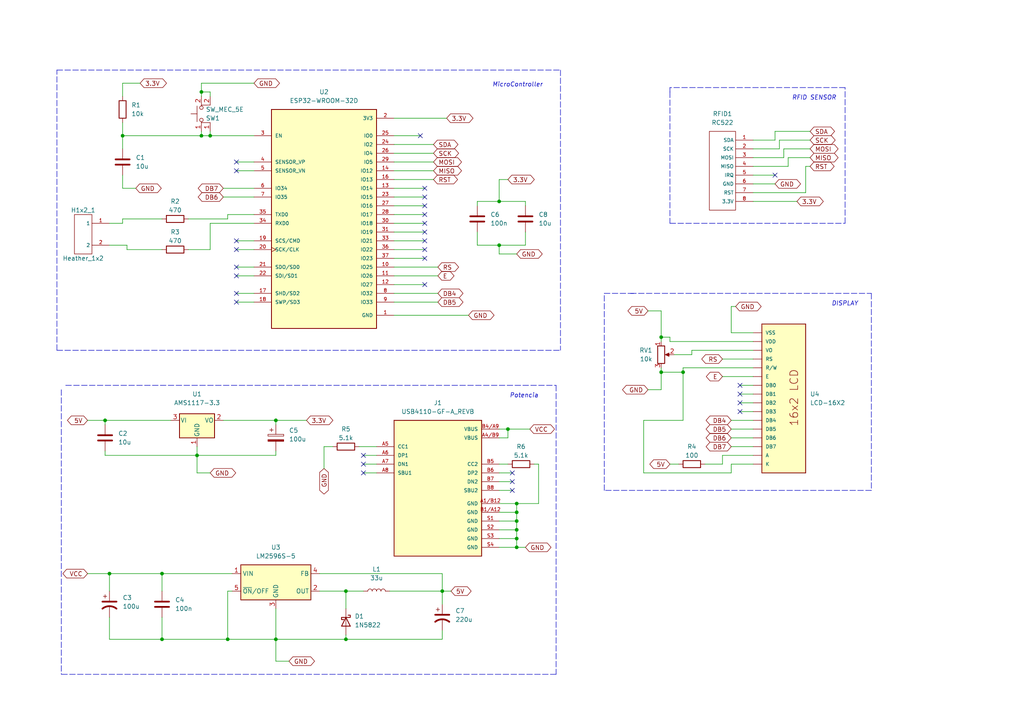
<source format=kicad_sch>
(kicad_sch (version 20211123) (generator eeschema)
  (paper "A4")
  (title_block (title "Device schematic") (date "2022-10-26") (company "Sergio Arboleda University") (comment 1 "Created by David Alejandro Charry Bonilla") (comment 2 "Modules connection"))
  (lib_symbols
    (symbol "Device:C" (pin_numbers hide) (pin_names (offset 0.254))
      (property "Reference" "C" (at 0.635 2.54 0))
      (property "Value" "C" (at 0.635 -2.54 0))
      (symbol "C_0_1"
        (polyline (pts (xy -2.032 -0.762) (xy 2.032 -0.762)) (stroke (width 0.508)))
        (polyline (pts (xy -2.032 0.762) (xy 2.032 0.762)) (stroke (width 0.508)))
      )
      (symbol "C_1_1"
        (pin passive line (at 0 3.81 270) (length 2.794) (name "~") (number "1"))
        (pin passive line (at 0 -3.81 90) (length 2.794) (name "~") (number "2"))
      )
    )
    (symbol "Device:C_Polarized" (pin_numbers hide) (pin_names (offset 0.254))
      (property "Reference" "C" (at 0.635 2.54 0))
      (property "Value" "C_Polarized" (at 0.635 -2.54 0))
      (symbol "C_Polarized_0_1"
        (rectangle (start -2.286 0.508) (end 2.286 1.016))
        (polyline (pts (xy -1.778 2.286) (xy -0.762 2.286)))
        (polyline (pts (xy -1.27 2.794) (xy -1.27 1.778)))
        (rectangle (start 2.286 -0.508) (end -2.286 -1.016) (fill (type outline)))
      )
      (symbol "C_Polarized_1_1"
        (pin passive line (at 0 3.81 270) (length 2.794) (name "~") (number "1"))
        (pin passive line (at 0 -3.81 90) (length 2.794) (name "~") (number "2"))
      )
    )
    (symbol "Device:C_Polarized_US" (pin_numbers hide) (pin_names (offset 0.254) hide)
      (property "Reference" "C" (at 0.635 2.54 0))
      (property "Value" "C_Polarized_US" (at 0.635 -2.54 0))
      (symbol "C_Polarized_US_0_1"
        (polyline (pts (xy -2.032 0.762) (xy 2.032 0.762)) (stroke (width 0.508)))
        (polyline (pts (xy -1.778 2.286) (xy -0.762 2.286)))
        (polyline (pts (xy -1.27 1.778) (xy -1.27 2.794)))
        (arc (start 2.032 -1.27) (mid 0 -0.5572) (end -2.032 -1.27) (stroke (width 0.508)))
      )
      (symbol "C_Polarized_US_1_1"
        (pin passive line (at 0 3.81 270) (length 2.794) (name "~") (number "1"))
        (pin passive line (at 0 -3.81 90) (length 3.302) (name "~") (number "2"))
      )
    )
    (symbol "Device:L" (pin_numbers hide) (pin_names (offset 1.016) hide)
      (property "Reference" "L" (at -1.27 0 90))
      (property "Value" "L" (at 1.905 0 90))
      (symbol "L_0_1"
        (arc (start 0 -2.54) (mid 0.635 -1.905) (end 0 -1.27))
        (arc (start 0 -1.27) (mid 0.635 -0.635) (end 0 0))
        (arc (start 0 0) (mid 0.635 0.635) (end 0 1.27))
        (arc (start 0 1.27) (mid 0.635 1.905) (end 0 2.54))
      )
      (symbol "L_1_1"
        (pin passive line (at 0 3.81 270) (length 1.27) (name "1") (number "1"))
        (pin passive line (at 0 -3.81 90) (length 1.27) (name "2") (number "2"))
      )
    )
    (symbol "Device:R" (pin_numbers hide) (pin_names (offset 0))
      (property "Reference" "R" (at 2.032 0 90))
      (property "Value" "R" (at 0 0 90))
      (symbol "R_0_1"
        (rectangle (start -1.016 -2.54) (end 1.016 2.54) (stroke (width 0.254)))
      )
      (symbol "R_1_1"
        (pin passive line (at 0 3.81 270) (length 1.27) (name "~") (number "1"))
        (pin passive line (at 0 -3.81 90) (length 1.27) (name "~") (number "2"))
      )
    )
    (symbol "Diode:1N5822" (pin_numbers hide) (pin_names (offset 1.016) hide)
      (property "Reference" "D" (at 0 2.54 0))
      (property "Value" "1N5822" (at 0 -2.54 0))
      (symbol "1N5822_0_1"
        (polyline (pts (xy 1.27 0) (xy -1.27 0)))
        (polyline (pts (xy 1.27 1.27) (xy 1.27 -1.27) (xy -1.27 0) (xy 1.27 1.27)) (stroke (width 0.254)))
        (polyline (pts (xy -1.905 0.635) (xy -1.905 1.27) (xy -1.27 1.27) (xy -1.27 -1.27) (xy -0.635 -1.27) (xy -0.635 -0.635)) (stroke (width 0.254)))
      )
      (symbol "1N5822_1_1"
        (pin passive line (at -3.81 0 0) (length 2.54) (name "K") (number "1"))
        (pin passive line (at 3.81 0 180) (length 2.54) (name "A") (number "2"))
      )
    )
    (symbol "ESP32-WROOM-32D:ESP32-WROOM-32D" (pin_names (offset 1.016))
      (property "Reference" "U?" (at 0 35.56 0))
      (property "Value" "ESP32-WROOM-32D" (at 0 33.02 0))
      (symbol "ESP32-WROOM-32D_0_0"
        (rectangle (start -15.24 -33.02) (end 15.24 30.48) (stroke (width 0.254)) (fill (type background)))
        (pin bidirectional line (at 20.32 -29.21 180) (length 5.08) (name "GND") (number "1"))
        (pin bidirectional line (at 20.32 -15.24 180) (length 5.08) (name "IO25") (number "10"))
        (pin bidirectional line (at 20.32 -17.78 180) (length 5.08) (name "IO26") (number "11"))
        (pin bidirectional line (at 20.32 -20.32 180) (length 5.08) (name "IO27") (number "12"))
        (pin bidirectional line (at 20.32 7.62 180) (length 5.08) (name "IO14") (number "13"))
        (pin bidirectional line (at 20.32 12.7 180) (length 5.08) (name "IO12") (number "14"))
        (pin bidirectional line (at 20.32 10.16 180) (length 5.08) (name "IO13") (number "16"))
        (pin bidirectional line (at -20.32 -22.86 0) (length 5.08) (name "SHD/SD2") (number "17"))
        (pin bidirectional line (at -20.32 -25.4 0) (length 5.08) (name "SWP/SD3") (number "18"))
        (pin bidirectional line (at -20.32 -7.62 0) (length 5.08) (name "SCS/CMD") (number "19"))
        (pin bidirectional line (at 20.32 27.94 180) (length 5.08) (name "3V3") (number "2"))
        (pin bidirectional clock (at -20.32 -10.16 0) (length 5.08) (name "SCK/CLK") (number "20"))
        (pin bidirectional line (at -20.32 -15.24 0) (length 5.08) (name "SDO/SD0") (number "21"))
        (pin bidirectional line (at -20.32 -17.78 0) (length 5.08) (name "SDI/SD1") (number "22"))
        (pin bidirectional line (at 20.32 5.08 180) (length 5.08) (name "IO15") (number "23"))
        (pin bidirectional line (at 20.32 20.32 180) (length 5.08) (name "IO2") (number "24"))
        (pin bidirectional line (at 20.32 22.86 180) (length 5.08) (name "IO0") (number "25"))
        (pin bidirectional line (at 20.32 17.78 180) (length 5.08) (name "IO4") (number "26"))
        (pin bidirectional line (at 20.32 2.54 180) (length 5.08) (name "IO16") (number "27"))
        (pin bidirectional line (at 20.32 0 180) (length 5.08) (name "IO17") (number "28"))
        (pin bidirectional line (at 20.32 15.24 180) (length 5.08) (name "IO5") (number "29"))
        (pin bidirectional line (at -20.32 22.86 0) (length 5.08) (name "EN") (number "3"))
        (pin bidirectional line (at 20.32 -2.54 180) (length 5.08) (name "IO18") (number "30"))
        (pin bidirectional line (at 20.32 -5.08 180) (length 5.08) (name "IO19") (number "31"))
        (pin bidirectional line (at 20.32 -7.62 180) (length 5.08) (name "IO21") (number "33"))
        (pin bidirectional line (at -20.32 -2.54 0) (length 5.08) (name "RXD0") (number "34"))
        (pin bidirectional line (at -20.32 0 0) (length 5.08) (name "TXD0") (number "35"))
        (pin bidirectional line (at 20.32 -10.16 180) (length 5.08) (name "IO22") (number "36"))
        (pin bidirectional line (at 20.32 -12.7 180) (length 5.08) (name "IO23") (number "37"))
        (pin bidirectional line (at -20.32 15.24 0) (length 5.08) (name "SENSOR_VP") (number "4"))
        (pin bidirectional line (at -20.32 12.7 0) (length 5.08) (name "SENSOR_VN") (number "5"))
        (pin bidirectional line (at -20.32 7.62 0) (length 5.08) (name "IO34") (number "6"))
        (pin bidirectional line (at -20.32 5.08 0) (length 5.08) (name "IO35") (number "7"))
        (pin bidirectional line (at 20.32 -22.86 180) (length 5.08) (name "IO32") (number "8"))
        (pin bidirectional line (at 20.32 -25.4 180) (length 5.08) (name "IO33") (number "9"))
      )
    )
    (symbol "Heather1x2:Heather_1x2"
      (property "Reference" "H1x2_" (at -1.27 -2.54 0))
      (property "Value" "Heather_1x2" (at 0 -16.51 0))
      (symbol "Heather_1x2_0_0"
        (pin bidirectional line (at 7.62 -6.35 180) (length 5.08) (name "1") (number "1"))
        (pin bidirectional line (at 7.62 -12.7 180) (length 5.08) (name "2") (number "2"))
      )
      (symbol "Heather_1x2_0_1"
        (rectangle (start -2.54 -3.81) (end 2.54 -15.24))
      )
    )
    (symbol "LCD-16X2:LCD-16X2" (pin_numbers hide) (pin_names (offset 1.016))
      (property "Reference" "U4" (at 6.35 2.5401 0))
      (property "Value" "LCD-16X2" (at 6.35 0.0001 0))
      (symbol "LCD-16X2_0_0"
        (rectangle (start -7.62 -20.32) (end 5.08 22.86) (stroke (width 0.254)) (fill (type background)))
        (text "16x2 LCD" (at 3.048 -6.858 900) (effects (font (size 2.286 2.286)) (justify left bottom)))
        (pin bidirectional line (at -10.16 20.32 0) (length 2.54) (name "VSS") (number "1"))
        (pin bidirectional line (at -10.16 -2.54 0) (length 2.54) (name "DB3") (number "10"))
        (pin bidirectional line (at -10.16 -5.08 0) (length 2.54) (name "DB4") (number "11"))
        (pin bidirectional line (at -10.16 -7.62 0) (length 2.54) (name "DB5") (number "12"))
        (pin bidirectional line (at -10.16 -10.16 0) (length 2.54) (name "DB6") (number "13"))
        (pin bidirectional line (at -10.16 -12.7 0) (length 2.54) (name "DB7") (number "14"))
        (pin bidirectional line (at -10.16 -15.24 0) (length 2.54) (name "A") (number "15"))
        (pin bidirectional line (at -10.16 -17.78 0) (length 2.54) (name "K") (number "16"))
        (pin bidirectional line (at -10.16 17.78 0) (length 2.54) (name "VDD") (number "2"))
        (pin bidirectional line (at -10.16 15.24 0) (length 2.54) (name "VO") (number "3"))
        (pin bidirectional line (at -10.16 12.7 0) (length 2.54) (name "RS") (number "4"))
        (pin bidirectional line (at -10.16 10.16 0) (length 2.54) (name "R/W") (number "5"))
        (pin bidirectional line (at -10.16 7.62 0) (length 2.54) (name "E") (number "6"))
        (pin bidirectional line (at -10.16 5.08 0) (length 2.54) (name "DB0") (number "7"))
        (pin bidirectional line (at -10.16 2.54 0) (length 2.54) (name "DB1") (number "8"))
        (pin bidirectional line (at -10.16 0 0) (length 2.54) (name "DB2") (number "9"))
      )
    )
    (symbol "RFID_RC522:RC522"
      (property "Reference" "RFID" (at -1.27 1.27 0))
      (property "Value" "RC522" (at -1.27 -1.27 0))
      (symbol "RC522_0_0"
        (pin bidirectional line (at 8.89 -5.08 180) (length 5.08) (name "SDA") (number "1"))
        (pin bidirectional line (at 8.89 -7.62 180) (length 5.08) (name "SCK") (number "2"))
        (pin bidirectional line (at 8.89 -10.16 180) (length 5.08) (name "MOSI") (number "3"))
        (pin bidirectional line (at 8.89 -12.7 180) (length 5.08) (name "MISO") (number "4"))
        (pin bidirectional line (at 8.89 -15.24 180) (length 5.08) (name "IRQ") (number "5"))
        (pin bidirectional line (at 8.89 -17.78 180) (length 5.08) (name "GND") (number "6"))
        (pin bidirectional line (at 8.89 -20.32 180) (length 5.08) (name "RST") (number "7"))
        (pin bidirectional line (at 8.89 -22.86 180) (length 5.08) (name "3.3V") (number "8"))
      )
      (symbol "RC522_0_1"
        (rectangle (start -3.81 -2.54) (end 3.81 -25.4))
      )
    )
    (symbol "R_Potentiometer_1" (pin_names (offset 1.016) hide)
      (property "Reference" "RV2" (at -2.54 1.2701 0))
      (property "Value" "10k" (at -2.54 -1.2699 0))
      (symbol "R_Potentiometer_1_0_1"
        (polyline (pts (xy 2.54 0) (xy 1.524 0)))
        (polyline (pts (xy 1.143 0) (xy 2.286 0.508) (xy 2.286 -0.508) (xy 1.143 0)) (fill (type outline)))
        (rectangle (start 1.016 2.54) (end -1.016 -2.54) (stroke (width 0.254)))
      )
      (symbol "R_Potentiometer_1_1_1"
        (pin passive line (at 0 3.81 270) (length 1.27) (name "1") (number "1"))
        (pin passive line (at 3.81 0 180) (length 1.27) (name "2") (number "2"))
        (pin passive line (at 0 -3.81 90) (length 1.27) (name "3") (number "3"))
      )
    )
    (symbol "Regulator_Linear:AMS1117-3.3" (pin_names (offset 0.254))
      (property "Reference" "U1" (at 0 7.62 0))
      (property "Value" "AMS1117-3.3" (at 0 5.08 0))
      (symbol "AMS1117-3.3_0_1"
        (rectangle (start -5.08 -5.08) (end 5.08 1.905) (stroke (width 0.254)) (fill (type background)))
      )
      (symbol "AMS1117-3.3_1_1"
        (pin bidirectional line (at 0 -7.62 90) (length 2.54) (name "GND") (number "1"))
        (pin bidirectional line (at 7.62 0 180) (length 2.54) (name "VO") (number "2"))
        (pin bidirectional line (at -7.62 0 0) (length 2.54) (name "VI") (number "3"))
      )
    )
    (symbol "Regulator_Switching:LM2596S-5"
      (property "Reference" "U3" (at 0 10.16 0))
      (property "Value" "LM2596S-5" (at 0 7.62 0))
      (symbol "LM2596S-5_0_1"
        (rectangle (start -10.16 5.08) (end 10.16 -5.08) (stroke (width 0.254)) (fill (type background)))
      )
      (symbol "LM2596S-5_1_1"
        (pin bidirectional line (at -12.7 2.54 0) (length 2.54) (name "VIN") (number "1"))
        (pin bidirectional line (at 12.7 -2.54 180) (length 2.54) (name "OUT") (number "2"))
        (pin bidirectional line (at 0 -7.62 90) (length 2.54) (name "GND") (number "3"))
        (pin bidirectional line (at 12.7 2.54 180) (length 2.54) (name "FB") (number "4"))
        (pin bidirectional line (at -12.7 -2.54 0) (length 2.54) (name "~{ON}/OFF") (number "5"))
      )
    )
    (symbol "Switch:SW_MEC_5E" (pin_names (offset 1.016) hide)
      (property "Reference" "SW1" (at -1.2701 1.27 90))
      (property "Value" "SW_MEC_5E" (at 1.27 1.27 90))
      (symbol "SW_MEC_5E_0_1"
        (circle (center -1.778 2.54) (radius 0.508))
        (polyline (pts (xy -2.286 3.81) (xy 2.286 3.81)))
        (polyline (pts (xy 0 3.81) (xy 0 5.588)))
        (polyline (pts (xy -2.54 0) (xy -2.54 2.54) (xy -2.286 2.54)))
        (polyline (pts (xy 2.54 0) (xy 2.54 2.54) (xy 2.286 2.54)))
        (circle (center 1.778 2.54) (radius 0.508))
        (pin passive line (at -5.08 0 0) (length 2.54) (name "1") (number "1"))
        (pin passive line (at -5.08 2.54 0) (length 2.54) (name "1") (number "1"))
        (pin passive line (at 5.08 0 180) (length 2.54) (name "2") (number "2"))
        (pin passive line (at 5.08 2.54 180) (length 2.54) (name "2") (number "2"))
      )
    )
    (symbol "USB4110-GF-A_REVB:USB4110-GF-A_REVB" (pin_names (offset 1.016))
      (property "Reference" "J?" (at 0 15.24 0))
      (property "Value" "USB4110-GF-A_REVB" (at 0 12.7 0))
      (symbol "USB4110-GF-A_REVB_0_0"
        (rectangle (start -12.7 10.16) (end 12.7 -29.21) (stroke (width 0.254)) (fill (type background)))
        (pin bidirectional line (at 17.78 -13.97 180) (length 5.08) (name "GND") (number "A1/B12"))
        (pin bidirectional line (at 17.78 5.08 180) (length 5.08) (name "VBUS") (number "A4/B9"))
        (pin bidirectional line (at -17.78 2.54 0) (length 5.08) (name "CC1") (number "A5"))
        (pin bidirectional line (at -17.78 0 0) (length 5.08) (name "DP1") (number "A6"))
        (pin bidirectional line (at -17.78 -2.54 0) (length 5.08) (name "DN1") (number "A7"))
        (pin bidirectional line (at -17.78 -5.08 0) (length 5.08) (name "SBU1") (number "A8"))
        (pin bidirectional line (at 17.78 -16.51 180) (length 5.08) (name "GND") (number "B1/A12"))
        (pin bidirectional line (at 17.78 7.62 180) (length 5.08) (name "VBUS") (number "B4/A9"))
        (pin bidirectional line (at 17.78 -2.54 180) (length 5.08) (name "CC2") (number "B5"))
        (pin bidirectional line (at 17.78 -5.08 180) (length 5.08) (name "DP2") (number "B6"))
        (pin bidirectional line (at 17.78 -7.62 180) (length 5.08) (name "DN2") (number "B7"))
        (pin bidirectional line (at 17.78 -10.16 180) (length 5.08) (name "SBU2") (number "B8"))
        (pin bidirectional line (at 17.78 -19.05 180) (length 5.08) (name "GND") (number "S1"))
        (pin bidirectional line (at 17.78 -21.59 180) (length 5.08) (name "GND") (number "S2"))
        (pin bidirectional line (at 17.78 -24.13 180) (length 5.08) (name "GND") (number "S3"))
        (pin bidirectional line (at 17.78 -26.67 180) (length 5.08) (name "GND") (number "S4"))
      )
    )
  )
  (junction (at 30.48 121.92))
  (junction (at 149.86 146.05))
  (junction (at 46.99 185.42))
  (junction (at 46.99 166.37))
  (junction (at 149.86 153.67))
  (junction (at 35.56 39.37))
  (junction (at 100.33 171.45))
  (junction (at 149.86 158.75))
  (junction (at 144.78 71.12))
  (junction (at 191.77 97.79))
  (junction (at 147.32 124.46))
  (junction (at 149.86 151.13))
  (junction (at 57.15 132.08))
  (junction (at 149.86 148.59))
  (junction (at 80.01 185.42))
  (junction (at 149.86 156.21))
  (junction (at 100.33 185.42))
  (junction (at 144.78 58.42))
  (junction (at 60.96 39.37))
  (junction (at 31.75 166.37))
  (junction (at 191.77 107.95))
  (junction (at 198.12 107.95))
  (junction (at 66.04 185.42))
  (junction (at 58.42 26.67))
  (junction (at 58.42 39.37))
  (junction (at 128.27 171.45))
  (junction (at 80.01 121.92))
  (no_connect (at 224.79 50.8))
  (no_connect (at 214.63 116.84))
  (no_connect (at 214.63 119.38))
  (no_connect (at 214.63 111.76))
  (no_connect (at 214.63 114.3))
  (no_connect (at 105.41 132.08))
  (no_connect (at 105.41 134.62))
  (no_connect (at 148.59 137.16))
  (no_connect (at 148.59 139.7))
  (no_connect (at 105.41 137.16))
  (no_connect (at 148.59 142.24))
  (no_connect (at 123.19 54.61))
  (no_connect (at 123.19 74.93))
  (no_connect (at 123.19 72.39))
  (no_connect (at 123.19 69.85))
  (no_connect (at 123.19 67.31))
  (no_connect (at 123.19 64.77))
  (no_connect (at 123.19 62.23))
  (no_connect (at 121.92 39.37))
  (no_connect (at 123.19 59.69))
  (no_connect (at 123.19 57.15))
  (no_connect (at 123.19 82.55))
  (no_connect (at 68.58 85.09))
  (no_connect (at 68.58 87.63))
  (no_connect (at 68.58 46.99))
  (no_connect (at 68.58 49.53))
  (no_connect (at 68.58 69.85))
  (no_connect (at 68.58 72.39))
  (no_connect (at 68.58 77.47))
  (no_connect (at 68.58 80.01))
  (wire (pts (xy 66.04 171.45) (xy 66.04 185.42)))
  (wire (pts (xy 209.55 109.22) (xy 218.44 109.22)))
  (wire (pts (xy 144.78 127) (xy 147.32 127)))
  (wire (pts (xy 209.55 104.14) (xy 218.44 104.14)))
  (wire (pts (xy 68.58 85.09) (xy 73.66 85.09)))
  (wire (pts (xy 64.77 57.15) (xy 73.66 57.15)))
  (wire (pts (xy 80.01 130.81) (xy 80.01 132.08)))
  (wire (pts (xy 46.99 72.39) (xy 36.83 72.39)))
  (wire (pts (xy 31.75 71.12) (xy 36.83 71.12)))
  (wire (pts (xy 80.01 176.53) (xy 80.01 185.42)))
  (wire (pts (xy 144.78 134.62) (xy 147.32 134.62)))
  (wire (pts (xy 218.44 45.72) (xy 227.33 45.72)))
  (wire (pts (xy 114.3 85.09) (xy 127 85.09)))
  (wire (pts (xy 96.52 129.54) (xy 93.98 129.54)))
  (wire (pts (xy 233.68 48.26) (xy 234.95 48.26)))
  (wire (pts (xy 54.61 63.5) (xy 66.04 63.5)))
  (wire (pts (xy 200.66 101.6) (xy 200.66 102.87)))
  (wire (pts (xy 228.6 45.72) (xy 234.95 45.72)))
  (wire (pts (xy 149.86 158.75) (xy 152.4 158.75)))
  (wire (pts (xy 114.3 44.45) (xy 125.73 44.45)))
  (wire (pts (xy 218.44 55.88) (xy 233.68 55.88)))
  (wire (pts (xy 144.78 158.75) (xy 149.86 158.75)))
  (wire (pts (xy 92.71 166.37) (xy 128.27 166.37)))
  (wire (pts (xy 218.44 134.62) (xy 212.09 134.62)))
  (wire (pts (xy 218.44 43.18) (xy 226.06 43.18)))
  (wire (pts (xy 57.15 129.54) (xy 57.15 132.08)))
  (wire (pts (xy 191.77 107.95) (xy 191.77 113.03)))
  (wire (pts (xy 60.96 39.37) (xy 73.66 39.37)))
  (wire (pts (xy 46.99 63.5) (xy 35.56 63.5)))
  (wire (pts (xy 224.79 38.1) (xy 234.95 38.1)))
  (wire (pts (xy 57.15 132.08) (xy 80.01 132.08)))
  (wire (pts (xy 60.96 38.1) (xy 60.96 39.37)))
  (wire (pts (xy 105.41 137.16) (xy 109.22 137.16)))
  (polyline (pts (xy 182.88 85.09) (xy 252.73 85.09)))
  (wire (pts (xy 58.42 39.37) (xy 60.96 39.37)))
  (polyline (pts (xy 245.11 25.4) (xy 194.31 25.4)))
  (wire (pts (xy 58.42 26.67) (xy 58.42 24.13)))
  (polyline (pts (xy 16.51 101.6) (xy 162.56 101.6)))
  (wire (pts (xy 104.14 129.54) (xy 109.22 129.54)))
  (wire (pts (xy 214.63 114.3) (xy 218.44 114.3)))
  (wire (pts (xy 30.48 121.92) (xy 49.53 121.92)))
  (wire (pts (xy 57.15 132.08) (xy 57.15 137.16)))
  (wire (pts (xy 218.44 50.8) (xy 224.79 50.8)))
  (wire (pts (xy 149.86 148.59) (xy 149.86 151.13)))
  (wire (pts (xy 60.96 27.94) (xy 60.96 26.67)))
  (wire (pts (xy 209.55 132.08) (xy 209.55 134.62)))
  (wire (pts (xy 144.78 58.42) (xy 138.43 58.42)))
  (wire (pts (xy 156.21 134.62) (xy 156.21 146.05)))
  (wire (pts (xy 35.56 24.13) (xy 35.56 27.94)))
  (wire (pts (xy 144.78 139.7) (xy 148.59 139.7)))
  (wire (pts (xy 25.4 121.92) (xy 30.48 121.92)))
  (polyline (pts (xy 161.29 195.58) (xy 17.78 195.58)))
  (wire (pts (xy 191.77 90.17) (xy 191.77 97.79)))
  (wire (pts (xy 214.63 119.38) (xy 218.44 119.38)))
  (wire (pts (xy 58.42 24.13) (xy 73.66 24.13)))
  (wire (pts (xy 73.66 64.77) (xy 60.96 64.77)))
  (wire (pts (xy 68.58 69.85) (xy 73.66 69.85)))
  (wire (pts (xy 100.33 171.45) (xy 100.33 176.53)))
  (wire (pts (xy 64.77 54.61) (xy 73.66 54.61)))
  (polyline (pts (xy 175.26 85.09) (xy 184.15 85.09)))
  (wire (pts (xy 30.48 132.08) (xy 57.15 132.08)))
  (polyline (pts (xy 17.78 113.03) (xy 17.78 195.58)))
  (wire (pts (xy 114.3 72.39) (xy 123.19 72.39)))
  (wire (pts (xy 218.44 48.26) (xy 228.6 48.26)))
  (wire (pts (xy 66.04 185.42) (xy 80.01 185.42)))
  (wire (pts (xy 218.44 99.06) (xy 194.31 99.06)))
  (wire (pts (xy 68.58 72.39) (xy 73.66 72.39)))
  (wire (pts (xy 128.27 171.45) (xy 128.27 175.26)))
  (wire (pts (xy 58.42 27.94) (xy 58.42 26.67)))
  (wire (pts (xy 212.09 121.92) (xy 218.44 121.92)))
  (wire (pts (xy 204.47 134.62) (xy 209.55 134.62)))
  (wire (pts (xy 35.56 35.56) (xy 35.56 39.37)))
  (wire (pts (xy 144.78 156.21) (xy 149.86 156.21)))
  (wire (pts (xy 191.77 106.68) (xy 191.77 107.95)))
  (wire (pts (xy 144.78 148.59) (xy 149.86 148.59)))
  (wire (pts (xy 114.3 52.07) (xy 125.73 52.07)))
  (wire (pts (xy 46.99 166.37) (xy 67.31 166.37)))
  (wire (pts (xy 114.3 74.93) (xy 123.19 74.93)))
  (wire (pts (xy 35.56 50.8) (xy 35.56 54.61)))
  (wire (pts (xy 80.01 121.92) (xy 88.9 121.92)))
  (wire (pts (xy 218.44 58.42) (xy 231.14 58.42)))
  (wire (pts (xy 114.3 82.55) (xy 123.19 82.55)))
  (wire (pts (xy 46.99 179.07) (xy 46.99 185.42)))
  (wire (pts (xy 149.86 156.21) (xy 149.86 158.75)))
  (wire (pts (xy 114.3 49.53) (xy 125.73 49.53)))
  (wire (pts (xy 67.31 171.45) (xy 66.04 171.45)))
  (wire (pts (xy 31.75 166.37) (xy 46.99 166.37)))
  (wire (pts (xy 227.33 43.18) (xy 234.95 43.18)))
  (wire (pts (xy 212.09 137.16) (xy 186.69 137.16)))
  (wire (pts (xy 144.78 58.42) (xy 152.4 58.42)))
  (wire (pts (xy 68.58 49.53) (xy 73.66 49.53)))
  (wire (pts (xy 154.94 134.62) (xy 156.21 134.62)))
  (wire (pts (xy 114.3 69.85) (xy 123.19 69.85)))
  (wire (pts (xy 46.99 171.45) (xy 46.99 166.37)))
  (wire (pts (xy 100.33 184.15) (xy 100.33 185.42)))
  (wire (pts (xy 60.96 72.39) (xy 54.61 72.39)))
  (wire (pts (xy 218.44 96.52) (xy 212.09 96.52)))
  (polyline (pts (xy 162.56 20.32) (xy 162.56 101.6)))
  (wire (pts (xy 105.41 134.62) (xy 109.22 134.62)))
  (wire (pts (xy 114.3 54.61) (xy 123.19 54.61)))
  (wire (pts (xy 144.78 151.13) (xy 149.86 151.13)))
  (wire (pts (xy 114.3 91.44) (xy 135.89 91.44)))
  (wire (pts (xy 144.78 146.05) (xy 149.86 146.05)))
  (wire (pts (xy 198.12 106.68) (xy 198.12 107.95)))
  (wire (pts (xy 80.01 185.42) (xy 100.33 185.42)))
  (wire (pts (xy 68.58 80.01) (xy 73.66 80.01)))
  (wire (pts (xy 138.43 58.42) (xy 138.43 59.69)))
  (wire (pts (xy 35.56 24.13) (xy 40.64 24.13)))
  (wire (pts (xy 114.3 80.01) (xy 127 80.01)))
  (wire (pts (xy 149.86 73.66) (xy 144.78 73.66)))
  (wire (pts (xy 144.78 52.07) (xy 147.32 52.07)))
  (wire (pts (xy 149.86 146.05) (xy 156.21 146.05)))
  (wire (pts (xy 144.78 52.07) (xy 144.78 58.42)))
  (wire (pts (xy 138.43 67.31) (xy 138.43 71.12)))
  (wire (pts (xy 212.09 127) (xy 218.44 127)))
  (wire (pts (xy 114.3 62.23) (xy 123.19 62.23)))
  (wire (pts (xy 31.75 185.42) (xy 46.99 185.42)))
  (wire (pts (xy 226.06 40.64) (xy 234.95 40.64)))
  (wire (pts (xy 30.48 130.81) (xy 30.48 132.08)))
  (wire (pts (xy 152.4 71.12) (xy 152.4 67.31)))
  (polyline (pts (xy 194.31 64.77) (xy 245.11 64.77)))
  (wire (pts (xy 147.32 124.46) (xy 153.67 124.46)))
  (wire (pts (xy 228.6 48.26) (xy 228.6 45.72)))
  (wire (pts (xy 226.06 43.18) (xy 226.06 40.64)))
  (wire (pts (xy 35.56 54.61) (xy 39.37 54.61)))
  (wire (pts (xy 198.12 121.92) (xy 198.12 107.95)))
  (wire (pts (xy 25.4 166.37) (xy 31.75 166.37)))
  (polyline (pts (xy 175.26 142.24) (xy 175.26 85.09)))
  (wire (pts (xy 224.79 40.64) (xy 224.79 38.1)))
  (wire (pts (xy 144.78 71.12) (xy 144.78 73.66)))
  (wire (pts (xy 187.96 90.17) (xy 191.77 90.17)))
  (wire (pts (xy 191.77 97.79) (xy 191.77 99.06)))
  (wire (pts (xy 218.44 101.6) (xy 200.66 101.6)))
  (wire (pts (xy 114.3 57.15) (xy 123.19 57.15)))
  (wire (pts (xy 35.56 39.37) (xy 58.42 39.37)))
  (wire (pts (xy 36.83 72.39) (xy 36.83 71.12)))
  (wire (pts (xy 66.04 62.23) (xy 73.66 62.23)))
  (wire (pts (xy 80.01 121.92) (xy 80.01 123.19)))
  (polyline (pts (xy 19.05 111.76) (xy 161.29 111.76)))
  (wire (pts (xy 58.42 38.1) (xy 58.42 39.37)))
  (wire (pts (xy 186.69 137.16) (xy 186.69 121.92)))
  (polyline (pts (xy 252.73 142.24) (xy 175.26 142.24)))
  (wire (pts (xy 68.58 87.63) (xy 73.66 87.63)))
  (wire (pts (xy 31.75 171.45) (xy 31.75 166.37)))
  (wire (pts (xy 57.15 137.16) (xy 60.96 137.16)))
  (wire (pts (xy 147.32 127) (xy 147.32 124.46)))
  (wire (pts (xy 114.3 87.63) (xy 127 87.63)))
  (wire (pts (xy 35.56 39.37) (xy 35.56 43.18)))
  (polyline (pts (xy 245.11 64.77) (xy 245.11 25.4)))
  (wire (pts (xy 187.96 113.03) (xy 191.77 113.03)))
  (wire (pts (xy 212.09 88.9) (xy 213.36 88.9)))
  (wire (pts (xy 227.33 45.72) (xy 227.33 43.18)))
  (wire (pts (xy 128.27 171.45) (xy 130.81 171.45)))
  (wire (pts (xy 194.31 99.06) (xy 194.31 97.79)))
  (wire (pts (xy 212.09 88.9) (xy 212.09 96.52)))
  (wire (pts (xy 35.56 64.77) (xy 31.75 64.77)))
  (wire (pts (xy 68.58 46.99) (xy 73.66 46.99)))
  (wire (pts (xy 144.78 153.67) (xy 149.86 153.67)))
  (wire (pts (xy 212.09 129.54) (xy 218.44 129.54)))
  (polyline (pts (xy 194.31 26.67) (xy 194.31 64.77)))
  (wire (pts (xy 114.3 67.31) (xy 123.19 67.31)))
  (wire (pts (xy 195.58 102.87) (xy 200.66 102.87)))
  (wire (pts (xy 233.68 55.88) (xy 233.68 48.26)))
  (wire (pts (xy 218.44 132.08) (xy 209.55 132.08)))
  (wire (pts (xy 128.27 166.37) (xy 128.27 171.45)))
  (wire (pts (xy 114.3 64.77) (xy 123.19 64.77)))
  (wire (pts (xy 212.09 124.46) (xy 218.44 124.46)))
  (wire (pts (xy 64.77 121.92) (xy 80.01 121.92)))
  (wire (pts (xy 138.43 71.12) (xy 144.78 71.12)))
  (wire (pts (xy 144.78 142.24) (xy 148.59 142.24)))
  (wire (pts (xy 35.56 63.5) (xy 35.56 64.77)))
  (wire (pts (xy 113.03 171.45) (xy 128.27 171.45)))
  (wire (pts (xy 114.3 34.29) (xy 129.54 34.29)))
  (polyline (pts (xy 16.51 20.32) (xy 162.56 20.32)))
  (wire (pts (xy 212.09 134.62) (xy 212.09 137.16)))
  (polyline (pts (xy 252.73 85.09) (xy 252.73 142.24)))
  (wire (pts (xy 30.48 123.19) (xy 30.48 121.92)))
  (wire (pts (xy 100.33 185.42) (xy 128.27 185.42)))
  (wire (pts (xy 198.12 107.95) (xy 191.77 107.95)))
  (wire (pts (xy 144.78 124.46) (xy 147.32 124.46)))
  (wire (pts (xy 31.75 179.07) (xy 31.75 185.42)))
  (wire (pts (xy 114.3 77.47) (xy 127 77.47)))
  (wire (pts (xy 149.86 153.67) (xy 149.86 156.21)))
  (wire (pts (xy 100.33 171.45) (xy 105.41 171.45)))
  (wire (pts (xy 218.44 40.64) (xy 224.79 40.64)))
  (wire (pts (xy 93.98 129.54) (xy 93.98 135.89)))
  (polyline (pts (xy 16.51 101.6) (xy 16.51 20.32)))
  (wire (pts (xy 144.78 71.12) (xy 152.4 71.12)))
  (polyline (pts (xy 161.29 111.76) (xy 161.29 195.58)))
  (wire (pts (xy 218.44 53.34) (xy 224.79 53.34)))
  (wire (pts (xy 149.86 151.13) (xy 149.86 153.67)))
  (wire (pts (xy 149.86 146.05) (xy 149.86 148.59)))
  (wire (pts (xy 60.96 64.77) (xy 60.96 72.39)))
  (wire (pts (xy 186.69 121.92) (xy 198.12 121.92)))
  (wire (pts (xy 128.27 182.88) (xy 128.27 185.42)))
  (wire (pts (xy 114.3 39.37) (xy 121.92 39.37)))
  (wire (pts (xy 58.42 26.67) (xy 60.96 26.67)))
  (polyline (pts (xy 194.31 25.4) (xy 194.31 26.67)))
  (wire (pts (xy 114.3 41.91) (xy 125.73 41.91)))
  (wire (pts (xy 46.99 185.42) (xy 66.04 185.42)))
  (wire (pts (xy 194.31 134.62) (xy 196.85 134.62)))
  (wire (pts (xy 80.01 191.77) (xy 83.82 191.77)))
  (wire (pts (xy 105.41 132.08) (xy 109.22 132.08)))
  (wire (pts (xy 152.4 59.69) (xy 152.4 58.42)))
  (wire (pts (xy 66.04 63.5) (xy 66.04 62.23)))
  (wire (pts (xy 218.44 106.68) (xy 198.12 106.68)))
  (wire (pts (xy 68.58 77.47) (xy 73.66 77.47)))
  (wire (pts (xy 114.3 46.99) (xy 125.73 46.99)))
  (wire (pts (xy 191.77 97.79) (xy 194.31 97.79)))
  (wire (pts (xy 92.71 171.45) (xy 100.33 171.45)))
  (wire (pts (xy 214.63 111.76) (xy 218.44 111.76)))
  (wire (pts (xy 144.78 137.16) (xy 148.59 137.16)))
  (wire (pts (xy 114.3 59.69) (xy 123.19 59.69)))
  (wire (pts (xy 80.01 185.42) (xy 80.01 191.77)))
  (wire (pts (xy 214.63 116.84) (xy 218.44 116.84)))
  (text "RFID SENSOR\n" (at 242.57 29.21 180) (effects (font (size 1.27 1.27) italic) (justify right bottom)))
  (text "DISPLAY" (at 248.92 88.9 180) (effects (font (size 1.27 1.27) italic) (justify right bottom)))
  (text "Potencia" (at 156.21 115.57 180) (effects (font (size 1.27 1.27) italic) (justify right bottom)))
  (text "MicroController\n" (at 157.48 25.4 180) (effects (font (size 1.27 1.27) italic) (justify right bottom)))
  (global_label "3.3V" (shape bidirectional) (at 88.9 121.92 0) (property "Intersheet References" "${INTERSHEET_REFS}" (effects hide)))
  (global_label "GND" (shape bidirectional) (at 93.98 135.89 270) (property "Intersheet References" "${INTERSHEET_REFS}" (effects hide)))
  (global_label "SDA" (shape bidirectional) (at 234.95 38.1 0) (property "Intersheet References" "${INTERSHEET_REFS}" (effects hide)))
  (global_label "GND" (shape bidirectional) (at 213.36 88.9 0) (property "Intersheet References" "${INTERSHEET_REFS}" (effects hide)))
  (global_label "RS" (shape bidirectional) (at 127 77.47 0) (property "Intersheet References" "${INTERSHEET_REFS}" (effects hide)))
  (global_label "SCK" (shape bidirectional) (at 125.73 44.45 0) (property "Intersheet References" "${INTERSHEET_REFS}" (effects hide)))
  (global_label "E" (shape bidirectional) (at 127 80.01 0) (property "Intersheet References" "${INTERSHEET_REFS}" (effects hide)))
  (global_label "GND" (shape bidirectional) (at 187.96 113.03 180) (property "Intersheet References" "${INTERSHEET_REFS}" (effects hide)))
  (global_label "MISO" (shape bidirectional) (at 125.73 49.53 0) (property "Intersheet References" "${INTERSHEET_REFS}" (effects hide)))
  (global_label "MISO" (shape bidirectional) (at 234.95 45.72 0) (property "Intersheet References" "${INTERSHEET_REFS}" (effects hide)))
  (global_label "3.3V" (shape bidirectional) (at 147.32 52.07 0) (property "Intersheet References" "${INTERSHEET_REFS}" (effects hide)))
  (global_label "5V" (shape bidirectional) (at 194.31 134.62 180) (property "Intersheet References" "${INTERSHEET_REFS}" (effects hide)))
  (global_label "VCC" (shape bidirectional) (at 25.4 166.37 180) (property "Intersheet References" "${INTERSHEET_REFS}" (effects hide)))
  (global_label "MOSI" (shape bidirectional) (at 125.73 46.99 0) (property "Intersheet References" "${INTERSHEET_REFS}" (effects hide)))
  (global_label "DB6" (shape bidirectional) (at 212.09 127 180) (property "Intersheet References" "${INTERSHEET_REFS}" (effects hide)))
  (global_label "GND" (shape bidirectional) (at 39.37 54.61 0) (property "Intersheet References" "${INTERSHEET_REFS}" (effects hide)))
  (global_label "RS" (shape bidirectional) (at 209.55 104.14 180) (property "Intersheet References" "${INTERSHEET_REFS}" (effects hide)))
  (global_label "DB4" (shape bidirectional) (at 127 85.09 0) (property "Intersheet References" "${INTERSHEET_REFS}" (effects hide)))
  (global_label "GND" (shape bidirectional) (at 73.66 24.13 0) (property "Intersheet References" "${INTERSHEET_REFS}" (effects hide)))
  (global_label "DB6" (shape bidirectional) (at 64.77 57.15 180) (property "Intersheet References" "${INTERSHEET_REFS}" (effects hide)))
  (global_label "3.3V" (shape bidirectional) (at 231.14 58.42 0) (property "Intersheet References" "${INTERSHEET_REFS}" (effects hide)))
  (global_label "RST" (shape bidirectional) (at 125.73 52.07 0) (property "Intersheet References" "${INTERSHEET_REFS}" (effects hide)))
  (global_label "VCC" (shape bidirectional) (at 153.67 124.46 0) (property "Intersheet References" "${INTERSHEET_REFS}" (effects hide)))
  (global_label "RST" (shape bidirectional) (at 234.95 48.26 0) (property "Intersheet References" "${INTERSHEET_REFS}" (effects hide)))
  (global_label "GND" (shape bidirectional) (at 135.89 91.44 0) (property "Intersheet References" "${INTERSHEET_REFS}" (effects hide)))
  (global_label "E" (shape bidirectional) (at 209.55 109.22 180) (property "Intersheet References" "${INTERSHEET_REFS}" (effects hide)))
  (global_label "DB5" (shape bidirectional) (at 127 87.63 0) (property "Intersheet References" "${INTERSHEET_REFS}" (effects hide)))
  (global_label "GND" (shape bidirectional) (at 224.79 53.34 0) (property "Intersheet References" "${INTERSHEET_REFS}" (effects hide)))
  (global_label "GND" (shape bidirectional) (at 60.96 137.16 0) (property "Intersheet References" "${INTERSHEET_REFS}" (effects hide)))
  (global_label "GND" (shape bidirectional) (at 152.4 158.75 0) (property "Intersheet References" "${INTERSHEET_REFS}" (effects hide)))
  (global_label "GND" (shape bidirectional) (at 83.82 191.77 0) (property "Intersheet References" "${INTERSHEET_REFS}" (effects hide)))
  (global_label "5V" (shape bidirectional) (at 130.81 171.45 0) (property "Intersheet References" "${INTERSHEET_REFS}" (effects hide)))
  (global_label "DB5" (shape bidirectional) (at 212.09 124.46 180) (property "Intersheet References" "${INTERSHEET_REFS}" (effects hide)))
  (global_label "SCK" (shape bidirectional) (at 234.95 40.64 0) (property "Intersheet References" "${INTERSHEET_REFS}" (effects hide)))
  (global_label "5V" (shape bidirectional) (at 187.96 90.17 180) (property "Intersheet References" "${INTERSHEET_REFS}" (effects hide)))
  (global_label "DB7" (shape bidirectional) (at 64.77 54.61 180) (property "Intersheet References" "${INTERSHEET_REFS}" (effects hide)))
  (global_label "MOSI" (shape bidirectional) (at 234.95 43.18 0) (property "Intersheet References" "${INTERSHEET_REFS}" (effects hide)))
  (global_label "SDA" (shape bidirectional) (at 125.73 41.91 0) (property "Intersheet References" "${INTERSHEET_REFS}" (effects hide)))
  (global_label "3.3V" (shape bidirectional) (at 129.54 34.29 0) (property "Intersheet References" "${INTERSHEET_REFS}" (effects hide)))
  (global_label "DB7" (shape bidirectional) (at 212.09 129.54 180) (property "Intersheet References" "${INTERSHEET_REFS}" (effects hide)))
  (global_label "GND" (shape bidirectional) (at 149.86 73.66 0) (property "Intersheet References" "${INTERSHEET_REFS}" (effects hide)))
  (global_label "3.3V" (shape bidirectional) (at 40.64 24.13 0) (property "Intersheet References" "${INTERSHEET_REFS}" (effects hide)))
  (global_label "5V" (shape bidirectional) (at 25.4 121.92 180) (property "Intersheet References" "${INTERSHEET_REFS}" (effects hide)))
  (global_label "DB4" (shape bidirectional) (at 212.09 121.92 180) (property "Intersheet References" "${INTERSHEET_REFS}" (effects hide)))
  (symbol (lib_id "Device:R") (at 200.66 134.62 90) (unit 1)
    (property "Reference" "R4" (at 200.66 129.54 90))
    (property "Value" "100" (at 200.66 132.08 90))
    (property "Footprint" "Resistor_SMD:R_0603_1608Metric" (effects hide))
  )
  (symbol (lib_id "Heather1x2:Heather_1x2") (at 24.13 58.42 0) (unit 1)
    (property "Reference" "H1x2_1" (at 24.13 60.96 0))
    (property "Value" "Heather_1x2" (at 24.13 74.93 0))
    (property "Footprint" "Header_1x2:header_1x2" (effects hide))
  )
  (symbol (lib_id "Device:L") (at 109.22 171.45 90) (unit 1)
    (property "Reference" "L1" (at 109.22 165.1 90))
    (property "Value" "33u" (at 109.22 167.64 90))
    (property "Footprint" "Inductor_SMD:L_10.4x10.4_H4.8" (effects hide))
  )
  (symbol (lib_id "Device:C") (at 138.43 63.5 0) (unit 1)
    (property "Reference" "C6" (at 142.24 62.2299 0) (effects (justify left)))
    (property "Value" "100n" (at 142.24 64.7699 0) (effects (justify left)))
    (property "Footprint" "Capacitor_SMD:C_0805_2012Metric" (effects hide))
  )
  (symbol (lib_id "Device:R") (at 151.13 134.62 90) (unit 1)
    (property "Reference" "R6" (at 151.13 129.54 90))
    (property "Value" "5.1k" (at 151.13 132.08 90))
    (property "Footprint" "Resistor_SMD:R_0603_1608Metric" (effects hide))
  )
  (symbol (lib_id "Device:C") (at 152.4 63.5 0) (unit 1)
    (property "Reference" "C8" (at 156.21 62.2299 0) (effects (justify left)))
    (property "Value" "10u" (at 156.21 64.7699 0) (effects (justify left)))
    (property "Footprint" "Capacitor_SMD:C_0805_2012Metric" (effects hide))
  )
  (symbol (lib_id "ESP32-WROOM-32D:ESP32-WROOM-32D") (at 93.98 62.23 0) (unit 1)
    (property "Reference" "U2" (at 93.98 26.67 0))
    (property "Value" "ESP32-WROOM-32D" (at 93.98 29.21 0))
    (property "Footprint" "ESP32:MODULE_ESP32-WROOM-32D" (effects hide))
    (property "MAXIMUM_PACKAGE_HEIGHT" "3.2 mm" (effects hide))
    (property "PARTREV" "1.9" (effects hide))
    (property "STANDARD" "Manufacturer Recommendations" (effects hide))
    (property "MANUFACTURER" "Espressif Systems" (effects hide))
  )
  (symbol (lib_id "Device:R") (at 100.33 129.54 90) (unit 1)
    (property "Reference" "R5" (at 100.33 124.46 90))
    (property "Value" "5.1k" (at 100.33 127 90))
    (property "Footprint" "Resistor_SMD:R_0603_1608Metric" (effects hide))
  )
  (symbol (lib_id "Device:R") (at 35.56 31.75 0) (unit 1)
    (property "Reference" "R1" (at 38.1 30.4799 0) (effects (justify left)))
    (property "Value" "10k" (at 38.1 33.0199 0) (effects (justify left)))
    (property "Footprint" "Resistor_SMD:R_0805_2012Metric" (effects hide))
  )
  (symbol (lib_id "Device:C_Polarized") (at 80.01 127 0) (unit 1)
    (property "Reference" "C5" (at 83.82 124.8409 0) (effects (justify left)))
    (property "Value" "100u" (at 83.82 127.3809 0) (effects (justify left)))
    (property "Footprint" "Capacitor_SMD:C_0805_2012Metric" (effects hide))
  )
  (symbol (lib_id "LCD-16X2:LCD-16X2") (at 228.6 116.84 0) (unit 1)
    (property "Reference" "U4" (at 234.95 114.2999 0) (effects (justify left)))
    (property "Value" "LCD-16X2" (at 234.95 116.8399 0) (effects (justify left)))
    (property "Footprint" "Header_1x16:Header_1x16" (effects hide))
  )
  (symbol (lib_id "Device:R") (at 50.8 72.39 90) (unit 1)
    (property "Reference" "R3" (at 50.8 67.31 90))
    (property "Value" "470" (at 50.8 69.85 90))
    (property "Footprint" "Resistor_SMD:R_0603_1608Metric" (effects hide))
  )
  (symbol (lib_id "Device:C") (at 46.99 175.26 0) (unit 1)
    (property "Reference" "C4" (at 50.8 173.9899 0) (effects (justify left)))
    (property "Value" "100n" (at 50.8 176.5299 0) (effects (justify left)))
    (property "Footprint" "Capacitor_SMD:C_0805_2012Metric" (effects hide))
  )
  (symbol (lib_id "Switch:SW_MEC_5E") (at 60.96 33.02 90) (unit 1)
    (property "Reference" "SW1" (at 59.69 34.2901 90) (effects (justify right)))
    (property "Value" "SW_MEC_5E" (at 59.69 31.75 90) (effects (justify right)))
    (property "Footprint" "Button_Switch_THT:SW_PUSH_6mm_H4.3mm" (effects hide))
    (property "Datasheet" "http://www.apem.com/int/index.php?controller=attachment&id_attachment=1371" (effects hide))
  )
  (symbol (lib_id "USB4110-GF-A_REVB:USB4110-GF-A_REVB") (at 127 132.08 0) (unit 1)
    (property "Reference" "J1" (at 127 116.84 0))
    (property "Value" "USB4110-GF-A_REVB" (at 127 119.38 0))
    (property "Footprint" "USB-C:GCT_USB4110-GF-A_REVB" (effects hide))
    (property "PARTREV" "B" (effects hide))
    (property "MANUFACTURER" "GCT" (effects hide))
    (property "MAXIMUM_PACKAGE_HEIGHT" "3.26 mm" (effects hide))
    (property "STANDARD" "Manufacturer Recommendations" (effects hide))
  )
  (symbol (lib_name "R_Potentiometer_1") (lib_id "Device:R_Potentiometer") (at 191.77 102.87 0) (unit 1)
    (property "Reference" "RV1" (at 189.23 101.5999 0) (effects (justify right)))
    (property "Value" "10k" (at 189.23 104.1399 0) (effects (justify right)))
    (property "Footprint" "pot_10k:Potenciometer 10k" (effects hide))
  )
  (symbol (lib_id "Device:C_Polarized_US") (at 31.75 175.26 0) (unit 1)
    (property "Reference" "C3" (at 35.56 173.3549 0) (effects (justify left)))
    (property "Value" "100u" (at 35.56 175.8949 0) (effects (justify left)))
    (property "Footprint" "Capacitor_SMD:CP_Elec_6.3x5.7" (effects hide))
  )
  (symbol (lib_id "Device:C") (at 35.56 46.99 0) (unit 1)
    (property "Reference" "C1" (at 39.37 45.7199 0) (effects (justify left)))
    (property "Value" "10u" (at 39.37 48.2599 0) (effects (justify left)))
    (property "Footprint" "Capacitor_SMD:C_0805_2012Metric" (effects hide))
  )
  (symbol (lib_id "Regulator_Switching:LM2596S-5") (at 80.01 168.91 0) (unit 1)
    (property "Reference" "U3" (at 80.01 158.75 0))
    (property "Value" "LM2596S-5" (at 80.01 161.29 0))
    (property "Footprint" "Package_TO_SOT_SMD:TO-263-5_TabPin3" (effects hide))
    (property "Datasheet" "http://www.ti.com/lit/ds/symlink/lm2596.pdf" (effects hide))
  )
  (symbol (lib_id "Device:R") (at 50.8 63.5 90) (unit 1)
    (property "Reference" "R2" (at 50.8 58.42 90))
    (property "Value" "470" (at 50.8 60.96 90))
    (property "Footprint" "Resistor_SMD:R_0603_1608Metric" (effects hide))
  )
  (symbol (lib_id "Diode:1N5822") (at 100.33 180.34 270) (unit 1)
    (property "Reference" "D1" (at 102.87 178.7524 90) (effects (justify left)))
    (property "Value" "1N5822" (at 102.87 181.2924 90) (effects (justify left)))
    (property "Footprint" "Diode_THT:D_DO-201AD_P15.24mm_Horizontal" (effects hide))
    (property "Datasheet" "http://www.vishay.com/docs/88526/1n5820.pdf" (effects hide))
  )
  (symbol (lib_id "Device:C") (at 30.48 127 0) (unit 1)
    (property "Reference" "C2" (at 34.29 125.7299 0) (effects (justify left)))
    (property "Value" "10u" (at 34.29 128.2699 0) (effects (justify left)))
    (property "Footprint" "Capacitor_SMD:C_0805_2012Metric" (effects hide))
  )
  (symbol (lib_id "Regulator_Linear:AMS1117-3.3") (at 57.15 121.92 0) (unit 1)
    (property "Reference" "U1" (at 57.15 114.3 0))
    (property "Value" "AMS1117-3.3" (at 57.15 116.84 0))
    (property "Footprint" "Package_TO_SOT_SMD:SOT-223-3_TabPin2" (effects hide))
    (property "Datasheet" "http://www.advanced-monolithic.com/pdf/ds1117.pdf" (effects hide))
  )
  (symbol (lib_id "Device:C_Polarized_US") (at 128.27 179.07 0) (unit 1)
    (property "Reference" "C7" (at 132.08 177.1649 0) (effects (justify left)))
    (property "Value" "220u" (at 132.08 179.7049 0) (effects (justify left)))
    (property "Footprint" "Capacitor_SMD:CP_Elec_6.3x5.7" (effects hide))
  )
  (symbol (lib_id "RFID_RC522:RC522") (at 209.55 35.56 0) (unit 1)
    (property "Reference" "RFID1" (at 209.55 33.02 0))
    (property "Value" "RC522" (at 209.55 35.56 0))
    (property "Footprint" "header_1x8:Header_1x8" (effects hide))
  )
)
</source>
